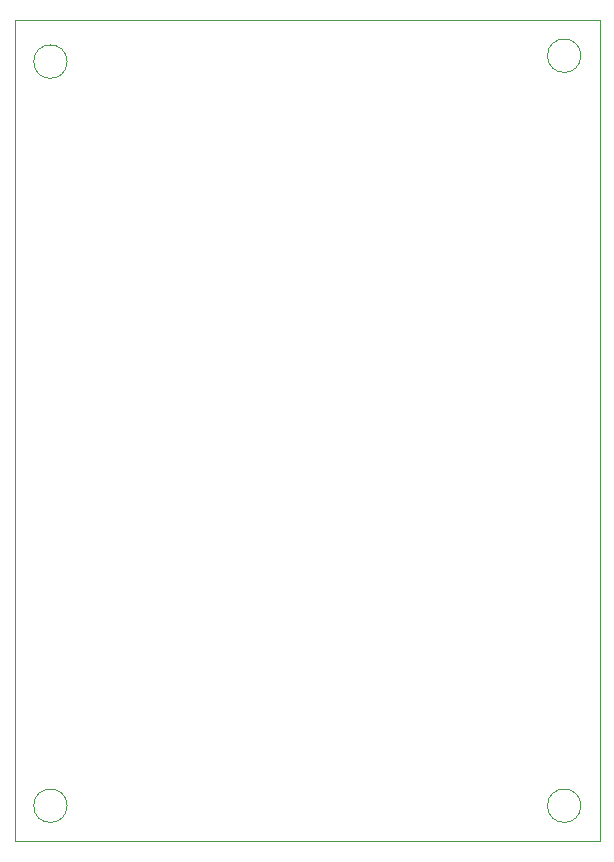
<source format=gbr>
%TF.GenerationSoftware,KiCad,Pcbnew,8.0.8*%
%TF.CreationDate,2025-07-23T18:15:36+02:00*%
%TF.ProjectId,CartridgeMk3ReaderMk6,43617274-7269-4646-9765-4d6b33526561,rev?*%
%TF.SameCoordinates,PX30a32c0PY5466720*%
%TF.FileFunction,Profile,NP*%
%FSLAX46Y46*%
G04 Gerber Fmt 4.6, Leading zero omitted, Abs format (unit mm)*
G04 Created by KiCad (PCBNEW 8.0.8) date 2025-07-23 18:15:36*
%MOMM*%
%LPD*%
G01*
G04 APERTURE LIST*
%TA.AperFunction,Profile*%
%ADD10C,0.050000*%
%TD*%
G04 APERTURE END LIST*
D10*
X0Y69500000D02*
X49500000Y69500000D01*
X49500000Y0D01*
X0Y0D01*
X0Y69500000D01*
X47914214Y66500000D02*
G75*
G02*
X45085786Y66500000I-1414214J0D01*
G01*
X45085786Y66500000D02*
G75*
G02*
X47914214Y66500000I1414214J0D01*
G01*
X4414214Y3000000D02*
G75*
G02*
X1585786Y3000000I-1414214J0D01*
G01*
X1585786Y3000000D02*
G75*
G02*
X4414214Y3000000I1414214J0D01*
G01*
X47914214Y3000000D02*
G75*
G02*
X45085786Y3000000I-1414214J0D01*
G01*
X45085786Y3000000D02*
G75*
G02*
X47914214Y3000000I1414214J0D01*
G01*
X4414214Y66000000D02*
G75*
G02*
X1585786Y66000000I-1414214J0D01*
G01*
X1585786Y66000000D02*
G75*
G02*
X4414214Y66000000I1414214J0D01*
G01*
M02*

</source>
